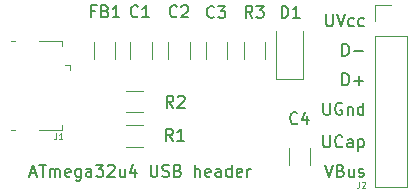
<source format=gto>
G04 #@! TF.GenerationSoftware,KiCad,Pcbnew,(5.1.10)-1*
G04 #@! TF.CreationDate,2021-08-25T20:16:02-07:00*
G04 #@! TF.ProjectId,USB breakout,55534220-6272-4656-916b-6f75742e6b69,rev?*
G04 #@! TF.SameCoordinates,Original*
G04 #@! TF.FileFunction,Legend,Top*
G04 #@! TF.FilePolarity,Positive*
%FSLAX46Y46*%
G04 Gerber Fmt 4.6, Leading zero omitted, Abs format (unit mm)*
G04 Created by KiCad (PCBNEW (5.1.10)-1) date 2021-08-25 20:16:02*
%MOMM*%
%LPD*%
G01*
G04 APERTURE LIST*
%ADD10C,0.150000*%
%ADD11C,0.120000*%
%ADD12C,0.125000*%
%ADD13R,1.700000X1.700000*%
%ADD14O,1.700000X1.700000*%
%ADD15R,1.350000X0.400000*%
%ADD16O,0.950000X1.250000*%
%ADD17R,1.550000X1.500000*%
%ADD18R,1.550000X1.200000*%
%ADD19O,1.550000X0.890000*%
G04 APERTURE END LIST*
D10*
X101714285Y-98416666D02*
X102190476Y-98416666D01*
X101619047Y-98702380D02*
X101952380Y-97702380D01*
X102285714Y-98702380D01*
X102476190Y-97702380D02*
X103047619Y-97702380D01*
X102761904Y-98702380D02*
X102761904Y-97702380D01*
X103380952Y-98702380D02*
X103380952Y-98035714D01*
X103380952Y-98130952D02*
X103428571Y-98083333D01*
X103523809Y-98035714D01*
X103666666Y-98035714D01*
X103761904Y-98083333D01*
X103809523Y-98178571D01*
X103809523Y-98702380D01*
X103809523Y-98178571D02*
X103857142Y-98083333D01*
X103952380Y-98035714D01*
X104095238Y-98035714D01*
X104190476Y-98083333D01*
X104238095Y-98178571D01*
X104238095Y-98702380D01*
X105095238Y-98654761D02*
X105000000Y-98702380D01*
X104809523Y-98702380D01*
X104714285Y-98654761D01*
X104666666Y-98559523D01*
X104666666Y-98178571D01*
X104714285Y-98083333D01*
X104809523Y-98035714D01*
X105000000Y-98035714D01*
X105095238Y-98083333D01*
X105142857Y-98178571D01*
X105142857Y-98273809D01*
X104666666Y-98369047D01*
X106000000Y-98035714D02*
X106000000Y-98845238D01*
X105952380Y-98940476D01*
X105904761Y-98988095D01*
X105809523Y-99035714D01*
X105666666Y-99035714D01*
X105571428Y-98988095D01*
X106000000Y-98654761D02*
X105904761Y-98702380D01*
X105714285Y-98702380D01*
X105619047Y-98654761D01*
X105571428Y-98607142D01*
X105523809Y-98511904D01*
X105523809Y-98226190D01*
X105571428Y-98130952D01*
X105619047Y-98083333D01*
X105714285Y-98035714D01*
X105904761Y-98035714D01*
X106000000Y-98083333D01*
X106904761Y-98702380D02*
X106904761Y-98178571D01*
X106857142Y-98083333D01*
X106761904Y-98035714D01*
X106571428Y-98035714D01*
X106476190Y-98083333D01*
X106904761Y-98654761D02*
X106809523Y-98702380D01*
X106571428Y-98702380D01*
X106476190Y-98654761D01*
X106428571Y-98559523D01*
X106428571Y-98464285D01*
X106476190Y-98369047D01*
X106571428Y-98321428D01*
X106809523Y-98321428D01*
X106904761Y-98273809D01*
X107285714Y-97702380D02*
X107904761Y-97702380D01*
X107571428Y-98083333D01*
X107714285Y-98083333D01*
X107809523Y-98130952D01*
X107857142Y-98178571D01*
X107904761Y-98273809D01*
X107904761Y-98511904D01*
X107857142Y-98607142D01*
X107809523Y-98654761D01*
X107714285Y-98702380D01*
X107428571Y-98702380D01*
X107333333Y-98654761D01*
X107285714Y-98607142D01*
X108285714Y-97797619D02*
X108333333Y-97750000D01*
X108428571Y-97702380D01*
X108666666Y-97702380D01*
X108761904Y-97750000D01*
X108809523Y-97797619D01*
X108857142Y-97892857D01*
X108857142Y-97988095D01*
X108809523Y-98130952D01*
X108238095Y-98702380D01*
X108857142Y-98702380D01*
X109714285Y-98035714D02*
X109714285Y-98702380D01*
X109285714Y-98035714D02*
X109285714Y-98559523D01*
X109333333Y-98654761D01*
X109428571Y-98702380D01*
X109571428Y-98702380D01*
X109666666Y-98654761D01*
X109714285Y-98607142D01*
X110619047Y-98035714D02*
X110619047Y-98702380D01*
X110380952Y-97654761D02*
X110142857Y-98369047D01*
X110761904Y-98369047D01*
X111904761Y-97702380D02*
X111904761Y-98511904D01*
X111952380Y-98607142D01*
X112000000Y-98654761D01*
X112095238Y-98702380D01*
X112285714Y-98702380D01*
X112380952Y-98654761D01*
X112428571Y-98607142D01*
X112476190Y-98511904D01*
X112476190Y-97702380D01*
X112904761Y-98654761D02*
X113047619Y-98702380D01*
X113285714Y-98702380D01*
X113380952Y-98654761D01*
X113428571Y-98607142D01*
X113476190Y-98511904D01*
X113476190Y-98416666D01*
X113428571Y-98321428D01*
X113380952Y-98273809D01*
X113285714Y-98226190D01*
X113095238Y-98178571D01*
X113000000Y-98130952D01*
X112952380Y-98083333D01*
X112904761Y-97988095D01*
X112904761Y-97892857D01*
X112952380Y-97797619D01*
X113000000Y-97750000D01*
X113095238Y-97702380D01*
X113333333Y-97702380D01*
X113476190Y-97750000D01*
X114238095Y-98178571D02*
X114380952Y-98226190D01*
X114428571Y-98273809D01*
X114476190Y-98369047D01*
X114476190Y-98511904D01*
X114428571Y-98607142D01*
X114380952Y-98654761D01*
X114285714Y-98702380D01*
X113904761Y-98702380D01*
X113904761Y-97702380D01*
X114238095Y-97702380D01*
X114333333Y-97750000D01*
X114380952Y-97797619D01*
X114428571Y-97892857D01*
X114428571Y-97988095D01*
X114380952Y-98083333D01*
X114333333Y-98130952D01*
X114238095Y-98178571D01*
X113904761Y-98178571D01*
X115666666Y-98702380D02*
X115666666Y-97702380D01*
X116095238Y-98702380D02*
X116095238Y-98178571D01*
X116047619Y-98083333D01*
X115952380Y-98035714D01*
X115809523Y-98035714D01*
X115714285Y-98083333D01*
X115666666Y-98130952D01*
X116952380Y-98654761D02*
X116857142Y-98702380D01*
X116666666Y-98702380D01*
X116571428Y-98654761D01*
X116523809Y-98559523D01*
X116523809Y-98178571D01*
X116571428Y-98083333D01*
X116666666Y-98035714D01*
X116857142Y-98035714D01*
X116952380Y-98083333D01*
X117000000Y-98178571D01*
X117000000Y-98273809D01*
X116523809Y-98369047D01*
X117857142Y-98702380D02*
X117857142Y-98178571D01*
X117809523Y-98083333D01*
X117714285Y-98035714D01*
X117523809Y-98035714D01*
X117428571Y-98083333D01*
X117857142Y-98654761D02*
X117761904Y-98702380D01*
X117523809Y-98702380D01*
X117428571Y-98654761D01*
X117380952Y-98559523D01*
X117380952Y-98464285D01*
X117428571Y-98369047D01*
X117523809Y-98321428D01*
X117761904Y-98321428D01*
X117857142Y-98273809D01*
X118761904Y-98702380D02*
X118761904Y-97702380D01*
X118761904Y-98654761D02*
X118666666Y-98702380D01*
X118476190Y-98702380D01*
X118380952Y-98654761D01*
X118333333Y-98607142D01*
X118285714Y-98511904D01*
X118285714Y-98226190D01*
X118333333Y-98130952D01*
X118380952Y-98083333D01*
X118476190Y-98035714D01*
X118666666Y-98035714D01*
X118761904Y-98083333D01*
X119619047Y-98654761D02*
X119523809Y-98702380D01*
X119333333Y-98702380D01*
X119238095Y-98654761D01*
X119190476Y-98559523D01*
X119190476Y-98178571D01*
X119238095Y-98083333D01*
X119333333Y-98035714D01*
X119523809Y-98035714D01*
X119619047Y-98083333D01*
X119666666Y-98178571D01*
X119666666Y-98273809D01*
X119190476Y-98369047D01*
X120095238Y-98702380D02*
X120095238Y-98035714D01*
X120095238Y-98226190D02*
X120142857Y-98130952D01*
X120190476Y-98083333D01*
X120285714Y-98035714D01*
X120380952Y-98035714D01*
X126676309Y-97702380D02*
X127009642Y-98702380D01*
X127342976Y-97702380D01*
X128009642Y-98178571D02*
X128152500Y-98226190D01*
X128200119Y-98273809D01*
X128247738Y-98369047D01*
X128247738Y-98511904D01*
X128200119Y-98607142D01*
X128152500Y-98654761D01*
X128057261Y-98702380D01*
X127676309Y-98702380D01*
X127676309Y-97702380D01*
X128009642Y-97702380D01*
X128104880Y-97750000D01*
X128152500Y-97797619D01*
X128200119Y-97892857D01*
X128200119Y-97988095D01*
X128152500Y-98083333D01*
X128104880Y-98130952D01*
X128009642Y-98178571D01*
X127676309Y-98178571D01*
X129104880Y-98035714D02*
X129104880Y-98702380D01*
X128676309Y-98035714D02*
X128676309Y-98559523D01*
X128723928Y-98654761D01*
X128819166Y-98702380D01*
X128962023Y-98702380D01*
X129057261Y-98654761D01*
X129104880Y-98607142D01*
X129533452Y-98654761D02*
X129628690Y-98702380D01*
X129819166Y-98702380D01*
X129914404Y-98654761D01*
X129962023Y-98559523D01*
X129962023Y-98511904D01*
X129914404Y-98416666D01*
X129819166Y-98369047D01*
X129676309Y-98369047D01*
X129581071Y-98321428D01*
X129533452Y-98226190D01*
X129533452Y-98178571D01*
X129581071Y-98083333D01*
X129676309Y-98035714D01*
X129819166Y-98035714D01*
X129914404Y-98083333D01*
X126533452Y-95202380D02*
X126533452Y-96011904D01*
X126581071Y-96107142D01*
X126628690Y-96154761D01*
X126723928Y-96202380D01*
X126914404Y-96202380D01*
X127009642Y-96154761D01*
X127057261Y-96107142D01*
X127104880Y-96011904D01*
X127104880Y-95202380D01*
X128152500Y-96107142D02*
X128104880Y-96154761D01*
X127962023Y-96202380D01*
X127866785Y-96202380D01*
X127723928Y-96154761D01*
X127628690Y-96059523D01*
X127581071Y-95964285D01*
X127533452Y-95773809D01*
X127533452Y-95630952D01*
X127581071Y-95440476D01*
X127628690Y-95345238D01*
X127723928Y-95250000D01*
X127866785Y-95202380D01*
X127962023Y-95202380D01*
X128104880Y-95250000D01*
X128152500Y-95297619D01*
X129009642Y-96202380D02*
X129009642Y-95678571D01*
X128962023Y-95583333D01*
X128866785Y-95535714D01*
X128676309Y-95535714D01*
X128581071Y-95583333D01*
X129009642Y-96154761D02*
X128914404Y-96202380D01*
X128676309Y-96202380D01*
X128581071Y-96154761D01*
X128533452Y-96059523D01*
X128533452Y-95964285D01*
X128581071Y-95869047D01*
X128676309Y-95821428D01*
X128914404Y-95821428D01*
X129009642Y-95773809D01*
X129485833Y-95535714D02*
X129485833Y-96535714D01*
X129485833Y-95583333D02*
X129581071Y-95535714D01*
X129771547Y-95535714D01*
X129866785Y-95583333D01*
X129914404Y-95630952D01*
X129962023Y-95726190D01*
X129962023Y-96011904D01*
X129914404Y-96107142D01*
X129866785Y-96154761D01*
X129771547Y-96202380D01*
X129581071Y-96202380D01*
X129485833Y-96154761D01*
X126533452Y-92452380D02*
X126533452Y-93261904D01*
X126581071Y-93357142D01*
X126628690Y-93404761D01*
X126723928Y-93452380D01*
X126914404Y-93452380D01*
X127009642Y-93404761D01*
X127057261Y-93357142D01*
X127104880Y-93261904D01*
X127104880Y-92452380D01*
X128104880Y-92500000D02*
X128009642Y-92452380D01*
X127866785Y-92452380D01*
X127723928Y-92500000D01*
X127628690Y-92595238D01*
X127581071Y-92690476D01*
X127533452Y-92880952D01*
X127533452Y-93023809D01*
X127581071Y-93214285D01*
X127628690Y-93309523D01*
X127723928Y-93404761D01*
X127866785Y-93452380D01*
X127962023Y-93452380D01*
X128104880Y-93404761D01*
X128152500Y-93357142D01*
X128152500Y-93023809D01*
X127962023Y-93023809D01*
X128581071Y-92785714D02*
X128581071Y-93452380D01*
X128581071Y-92880952D02*
X128628690Y-92833333D01*
X128723928Y-92785714D01*
X128866785Y-92785714D01*
X128962023Y-92833333D01*
X129009642Y-92928571D01*
X129009642Y-93452380D01*
X129914404Y-93452380D02*
X129914404Y-92452380D01*
X129914404Y-93404761D02*
X129819166Y-93452380D01*
X129628690Y-93452380D01*
X129533452Y-93404761D01*
X129485833Y-93357142D01*
X129438214Y-93261904D01*
X129438214Y-92976190D01*
X129485833Y-92880952D01*
X129533452Y-92833333D01*
X129628690Y-92785714D01*
X129819166Y-92785714D01*
X129914404Y-92833333D01*
X128152500Y-90952380D02*
X128152500Y-89952380D01*
X128390595Y-89952380D01*
X128533452Y-90000000D01*
X128628690Y-90095238D01*
X128676309Y-90190476D01*
X128723928Y-90380952D01*
X128723928Y-90523809D01*
X128676309Y-90714285D01*
X128628690Y-90809523D01*
X128533452Y-90904761D01*
X128390595Y-90952380D01*
X128152500Y-90952380D01*
X129152500Y-90571428D02*
X129914404Y-90571428D01*
X129533452Y-90952380D02*
X129533452Y-90190476D01*
X128152500Y-88452380D02*
X128152500Y-87452380D01*
X128390595Y-87452380D01*
X128533452Y-87500000D01*
X128628690Y-87595238D01*
X128676309Y-87690476D01*
X128723928Y-87880952D01*
X128723928Y-88023809D01*
X128676309Y-88214285D01*
X128628690Y-88309523D01*
X128533452Y-88404761D01*
X128390595Y-88452380D01*
X128152500Y-88452380D01*
X129152500Y-88071428D02*
X129914404Y-88071428D01*
X126771547Y-84952380D02*
X126771547Y-85761904D01*
X126819166Y-85857142D01*
X126866785Y-85904761D01*
X126962023Y-85952380D01*
X127152500Y-85952380D01*
X127247738Y-85904761D01*
X127295357Y-85857142D01*
X127342976Y-85761904D01*
X127342976Y-84952380D01*
X127676309Y-84952380D02*
X128009642Y-85952380D01*
X128342976Y-84952380D01*
X129104880Y-85904761D02*
X129009642Y-85952380D01*
X128819166Y-85952380D01*
X128723928Y-85904761D01*
X128676309Y-85857142D01*
X128628690Y-85761904D01*
X128628690Y-85476190D01*
X128676309Y-85380952D01*
X128723928Y-85333333D01*
X128819166Y-85285714D01*
X129009642Y-85285714D01*
X129104880Y-85333333D01*
X129962023Y-85904761D02*
X129866785Y-85952380D01*
X129676309Y-85952380D01*
X129581071Y-85904761D01*
X129533452Y-85857142D01*
X129485833Y-85761904D01*
X129485833Y-85476190D01*
X129533452Y-85380952D01*
X129581071Y-85333333D01*
X129676309Y-85285714D01*
X129866785Y-85285714D01*
X129962023Y-85333333D01*
D11*
X130920000Y-84170000D02*
X132250000Y-84170000D01*
X130920000Y-85500000D02*
X130920000Y-84170000D01*
X130920000Y-86770000D02*
X133580000Y-86770000D01*
X133580000Y-86770000D02*
X133580000Y-99530000D01*
X130920000Y-86770000D02*
X130920000Y-99530000D01*
X130920000Y-99530000D02*
X133580000Y-99530000D01*
X122565000Y-86387500D02*
X122565000Y-90447500D01*
X122565000Y-90447500D02*
X124835000Y-90447500D01*
X124835000Y-90447500D02*
X124835000Y-86387500D01*
X104640000Y-89240000D02*
X105090000Y-89240000D01*
X105090000Y-89690000D02*
X105090000Y-89240000D01*
X104410000Y-87240000D02*
X104410000Y-87660000D01*
X102430000Y-87240000D02*
X104410000Y-87240000D01*
X100060000Y-87240000D02*
X100460000Y-87240000D01*
X100460000Y-94760000D02*
X100060000Y-94760000D01*
X104410000Y-94760000D02*
X104410000Y-94340000D01*
X102430000Y-94760000D02*
X104410000Y-94760000D01*
X112010000Y-87276248D02*
X112010000Y-88698752D01*
X110190000Y-87276248D02*
X110190000Y-88698752D01*
X113390000Y-88698752D02*
X113390000Y-87276248D01*
X115210000Y-88698752D02*
X115210000Y-87276248D01*
X118410000Y-88698752D02*
X118410000Y-87276248D01*
X116590000Y-88698752D02*
X116590000Y-87276248D01*
X125410000Y-97711252D02*
X125410000Y-96288748D01*
X123590000Y-97711252D02*
X123590000Y-96288748D01*
X111252063Y-94340000D02*
X109797935Y-94340000D01*
X111252063Y-96160000D02*
X109797935Y-96160000D01*
X111252063Y-93224999D02*
X109797935Y-93224999D01*
X111252063Y-91404999D02*
X109797935Y-91404999D01*
X121610000Y-88727064D02*
X121610000Y-87272936D01*
X119790000Y-88727064D02*
X119790000Y-87272936D01*
X108910000Y-88714564D02*
X108910000Y-87260436D01*
X107090000Y-88714564D02*
X107090000Y-87260436D01*
D12*
X129583333Y-99126190D02*
X129583333Y-99483333D01*
X129559523Y-99554761D01*
X129511904Y-99602380D01*
X129440476Y-99626190D01*
X129392857Y-99626190D01*
X129797619Y-99173809D02*
X129821428Y-99150000D01*
X129869047Y-99126190D01*
X129988095Y-99126190D01*
X130035714Y-99150000D01*
X130059523Y-99173809D01*
X130083333Y-99221428D01*
X130083333Y-99269047D01*
X130059523Y-99340476D01*
X129773809Y-99626190D01*
X130083333Y-99626190D01*
D10*
X123011904Y-85252380D02*
X123011904Y-84252380D01*
X123250000Y-84252380D01*
X123392857Y-84300000D01*
X123488095Y-84395238D01*
X123535714Y-84490476D01*
X123583333Y-84680952D01*
X123583333Y-84823809D01*
X123535714Y-85014285D01*
X123488095Y-85109523D01*
X123392857Y-85204761D01*
X123250000Y-85252380D01*
X123011904Y-85252380D01*
X124535714Y-85252380D02*
X123964285Y-85252380D01*
X124250000Y-85252380D02*
X124250000Y-84252380D01*
X124154761Y-84395238D01*
X124059523Y-84490476D01*
X123964285Y-84538095D01*
D12*
X103933333Y-95026190D02*
X103933333Y-95383333D01*
X103909523Y-95454761D01*
X103861904Y-95502380D01*
X103790476Y-95526190D01*
X103742857Y-95526190D01*
X104433333Y-95526190D02*
X104147619Y-95526190D01*
X104290476Y-95526190D02*
X104290476Y-95026190D01*
X104242857Y-95097619D01*
X104195238Y-95145238D01*
X104147619Y-95169047D01*
D10*
X110833333Y-85107142D02*
X110785714Y-85154761D01*
X110642857Y-85202380D01*
X110547619Y-85202380D01*
X110404761Y-85154761D01*
X110309523Y-85059523D01*
X110261904Y-84964285D01*
X110214285Y-84773809D01*
X110214285Y-84630952D01*
X110261904Y-84440476D01*
X110309523Y-84345238D01*
X110404761Y-84250000D01*
X110547619Y-84202380D01*
X110642857Y-84202380D01*
X110785714Y-84250000D01*
X110833333Y-84297619D01*
X111785714Y-85202380D02*
X111214285Y-85202380D01*
X111500000Y-85202380D02*
X111500000Y-84202380D01*
X111404761Y-84345238D01*
X111309523Y-84440476D01*
X111214285Y-84488095D01*
X114133333Y-85107142D02*
X114085714Y-85154761D01*
X113942857Y-85202380D01*
X113847619Y-85202380D01*
X113704761Y-85154761D01*
X113609523Y-85059523D01*
X113561904Y-84964285D01*
X113514285Y-84773809D01*
X113514285Y-84630952D01*
X113561904Y-84440476D01*
X113609523Y-84345238D01*
X113704761Y-84250000D01*
X113847619Y-84202380D01*
X113942857Y-84202380D01*
X114085714Y-84250000D01*
X114133333Y-84297619D01*
X114514285Y-84297619D02*
X114561904Y-84250000D01*
X114657142Y-84202380D01*
X114895238Y-84202380D01*
X114990476Y-84250000D01*
X115038095Y-84297619D01*
X115085714Y-84392857D01*
X115085714Y-84488095D01*
X115038095Y-84630952D01*
X114466666Y-85202380D01*
X115085714Y-85202380D01*
X117283333Y-85157142D02*
X117235714Y-85204761D01*
X117092857Y-85252380D01*
X116997619Y-85252380D01*
X116854761Y-85204761D01*
X116759523Y-85109523D01*
X116711904Y-85014285D01*
X116664285Y-84823809D01*
X116664285Y-84680952D01*
X116711904Y-84490476D01*
X116759523Y-84395238D01*
X116854761Y-84300000D01*
X116997619Y-84252380D01*
X117092857Y-84252380D01*
X117235714Y-84300000D01*
X117283333Y-84347619D01*
X117616666Y-84252380D02*
X118235714Y-84252380D01*
X117902380Y-84633333D01*
X118045238Y-84633333D01*
X118140476Y-84680952D01*
X118188095Y-84728571D01*
X118235714Y-84823809D01*
X118235714Y-85061904D01*
X118188095Y-85157142D01*
X118140476Y-85204761D01*
X118045238Y-85252380D01*
X117759523Y-85252380D01*
X117664285Y-85204761D01*
X117616666Y-85157142D01*
X124333333Y-94157142D02*
X124285714Y-94204761D01*
X124142857Y-94252380D01*
X124047619Y-94252380D01*
X123904761Y-94204761D01*
X123809523Y-94109523D01*
X123761904Y-94014285D01*
X123714285Y-93823809D01*
X123714285Y-93680952D01*
X123761904Y-93490476D01*
X123809523Y-93395238D01*
X123904761Y-93300000D01*
X124047619Y-93252380D01*
X124142857Y-93252380D01*
X124285714Y-93300000D01*
X124333333Y-93347619D01*
X125190476Y-93585714D02*
X125190476Y-94252380D01*
X124952380Y-93204761D02*
X124714285Y-93919047D01*
X125333333Y-93919047D01*
X113783333Y-95652380D02*
X113450000Y-95176190D01*
X113211904Y-95652380D02*
X113211904Y-94652380D01*
X113592857Y-94652380D01*
X113688095Y-94700000D01*
X113735714Y-94747619D01*
X113783333Y-94842857D01*
X113783333Y-94985714D01*
X113735714Y-95080952D01*
X113688095Y-95128571D01*
X113592857Y-95176190D01*
X113211904Y-95176190D01*
X114735714Y-95652380D02*
X114164285Y-95652380D01*
X114450000Y-95652380D02*
X114450000Y-94652380D01*
X114354761Y-94795238D01*
X114259523Y-94890476D01*
X114164285Y-94938095D01*
X113833333Y-92852380D02*
X113500000Y-92376190D01*
X113261904Y-92852380D02*
X113261904Y-91852380D01*
X113642857Y-91852380D01*
X113738095Y-91900000D01*
X113785714Y-91947619D01*
X113833333Y-92042857D01*
X113833333Y-92185714D01*
X113785714Y-92280952D01*
X113738095Y-92328571D01*
X113642857Y-92376190D01*
X113261904Y-92376190D01*
X114214285Y-91947619D02*
X114261904Y-91900000D01*
X114357142Y-91852380D01*
X114595238Y-91852380D01*
X114690476Y-91900000D01*
X114738095Y-91947619D01*
X114785714Y-92042857D01*
X114785714Y-92138095D01*
X114738095Y-92280952D01*
X114166666Y-92852380D01*
X114785714Y-92852380D01*
X120533333Y-85239880D02*
X120200000Y-84763690D01*
X119961904Y-85239880D02*
X119961904Y-84239880D01*
X120342857Y-84239880D01*
X120438095Y-84287500D01*
X120485714Y-84335119D01*
X120533333Y-84430357D01*
X120533333Y-84573214D01*
X120485714Y-84668452D01*
X120438095Y-84716071D01*
X120342857Y-84763690D01*
X119961904Y-84763690D01*
X120866666Y-84239880D02*
X121485714Y-84239880D01*
X121152380Y-84620833D01*
X121295238Y-84620833D01*
X121390476Y-84668452D01*
X121438095Y-84716071D01*
X121485714Y-84811309D01*
X121485714Y-85049404D01*
X121438095Y-85144642D01*
X121390476Y-85192261D01*
X121295238Y-85239880D01*
X121009523Y-85239880D01*
X120914285Y-85192261D01*
X120866666Y-85144642D01*
X107216666Y-84678571D02*
X106883333Y-84678571D01*
X106883333Y-85202380D02*
X106883333Y-84202380D01*
X107359523Y-84202380D01*
X108073809Y-84678571D02*
X108216666Y-84726190D01*
X108264285Y-84773809D01*
X108311904Y-84869047D01*
X108311904Y-85011904D01*
X108264285Y-85107142D01*
X108216666Y-85154761D01*
X108121428Y-85202380D01*
X107740476Y-85202380D01*
X107740476Y-84202380D01*
X108073809Y-84202380D01*
X108169047Y-84250000D01*
X108216666Y-84297619D01*
X108264285Y-84392857D01*
X108264285Y-84488095D01*
X108216666Y-84583333D01*
X108169047Y-84630952D01*
X108073809Y-84678571D01*
X107740476Y-84678571D01*
X109264285Y-85202380D02*
X108692857Y-85202380D01*
X108978571Y-85202380D02*
X108978571Y-84202380D01*
X108883333Y-84345238D01*
X108788095Y-84440476D01*
X108692857Y-84488095D01*
%LPC*%
D13*
X132250000Y-85500000D03*
D14*
X132250000Y-88040000D03*
X132250000Y-90580000D03*
X132250000Y-93120000D03*
X132250000Y-95660000D03*
X132250000Y-98200000D03*
G36*
G01*
X124325000Y-90187500D02*
X123075000Y-90187500D01*
G75*
G02*
X122825000Y-89937500I0J250000D01*
G01*
X122825000Y-89012500D01*
G75*
G02*
X123075000Y-88762500I250000J0D01*
G01*
X124325000Y-88762500D01*
G75*
G02*
X124575000Y-89012500I0J-250000D01*
G01*
X124575000Y-89937500D01*
G75*
G02*
X124325000Y-90187500I-250000J0D01*
G01*
G37*
G36*
G01*
X124325000Y-87212500D02*
X123075000Y-87212500D01*
G75*
G02*
X122825000Y-86962500I0J250000D01*
G01*
X122825000Y-86037500D01*
G75*
G02*
X123075000Y-85787500I250000J0D01*
G01*
X124325000Y-85787500D01*
G75*
G02*
X124575000Y-86037500I0J-250000D01*
G01*
X124575000Y-86962500D01*
G75*
G02*
X124325000Y-87212500I-250000J0D01*
G01*
G37*
D15*
X104150000Y-89700000D03*
X104150000Y-90350000D03*
X104150000Y-91000000D03*
X104150000Y-91650000D03*
X104150000Y-92300000D03*
D16*
X104150000Y-88500000D03*
X104150000Y-93500000D03*
D17*
X101450000Y-90000000D03*
X101450000Y-92000000D03*
D18*
X101450000Y-88100000D03*
X101450000Y-93900000D03*
D19*
X101450000Y-87500000D03*
X101450000Y-94500000D03*
G36*
G01*
X110449998Y-88887500D02*
X111750002Y-88887500D01*
G75*
G02*
X112000000Y-89137498I0J-249998D01*
G01*
X112000000Y-89962502D01*
G75*
G02*
X111750002Y-90212500I-249998J0D01*
G01*
X110449998Y-90212500D01*
G75*
G02*
X110200000Y-89962502I0J249998D01*
G01*
X110200000Y-89137498D01*
G75*
G02*
X110449998Y-88887500I249998J0D01*
G01*
G37*
G36*
G01*
X110449998Y-85762500D02*
X111750002Y-85762500D01*
G75*
G02*
X112000000Y-86012498I0J-249998D01*
G01*
X112000000Y-86837502D01*
G75*
G02*
X111750002Y-87087500I-249998J0D01*
G01*
X110449998Y-87087500D01*
G75*
G02*
X110200000Y-86837502I0J249998D01*
G01*
X110200000Y-86012498D01*
G75*
G02*
X110449998Y-85762500I249998J0D01*
G01*
G37*
G36*
G01*
X114950002Y-87087500D02*
X113649998Y-87087500D01*
G75*
G02*
X113400000Y-86837502I0J249998D01*
G01*
X113400000Y-86012498D01*
G75*
G02*
X113649998Y-85762500I249998J0D01*
G01*
X114950002Y-85762500D01*
G75*
G02*
X115200000Y-86012498I0J-249998D01*
G01*
X115200000Y-86837502D01*
G75*
G02*
X114950002Y-87087500I-249998J0D01*
G01*
G37*
G36*
G01*
X114950002Y-90212500D02*
X113649998Y-90212500D01*
G75*
G02*
X113400000Y-89962502I0J249998D01*
G01*
X113400000Y-89137498D01*
G75*
G02*
X113649998Y-88887500I249998J0D01*
G01*
X114950002Y-88887500D01*
G75*
G02*
X115200000Y-89137498I0J-249998D01*
G01*
X115200000Y-89962502D01*
G75*
G02*
X114950002Y-90212500I-249998J0D01*
G01*
G37*
G36*
G01*
X118150002Y-90212500D02*
X116849998Y-90212500D01*
G75*
G02*
X116600000Y-89962502I0J249998D01*
G01*
X116600000Y-89137498D01*
G75*
G02*
X116849998Y-88887500I249998J0D01*
G01*
X118150002Y-88887500D01*
G75*
G02*
X118400000Y-89137498I0J-249998D01*
G01*
X118400000Y-89962502D01*
G75*
G02*
X118150002Y-90212500I-249998J0D01*
G01*
G37*
G36*
G01*
X118150002Y-87087500D02*
X116849998Y-87087500D01*
G75*
G02*
X116600000Y-86837502I0J249998D01*
G01*
X116600000Y-86012498D01*
G75*
G02*
X116849998Y-85762500I249998J0D01*
G01*
X118150002Y-85762500D01*
G75*
G02*
X118400000Y-86012498I0J-249998D01*
G01*
X118400000Y-86837502D01*
G75*
G02*
X118150002Y-87087500I-249998J0D01*
G01*
G37*
G36*
G01*
X125150002Y-99225000D02*
X123849998Y-99225000D01*
G75*
G02*
X123600000Y-98975002I0J249998D01*
G01*
X123600000Y-98149998D01*
G75*
G02*
X123849998Y-97900000I249998J0D01*
G01*
X125150002Y-97900000D01*
G75*
G02*
X125400000Y-98149998I0J-249998D01*
G01*
X125400000Y-98975002D01*
G75*
G02*
X125150002Y-99225000I-249998J0D01*
G01*
G37*
G36*
G01*
X125150002Y-96100000D02*
X123849998Y-96100000D01*
G75*
G02*
X123600000Y-95850002I0J249998D01*
G01*
X123600000Y-95024998D01*
G75*
G02*
X123849998Y-94775000I249998J0D01*
G01*
X125150002Y-94775000D01*
G75*
G02*
X125400000Y-95024998I0J-249998D01*
G01*
X125400000Y-95850002D01*
G75*
G02*
X125150002Y-96100000I-249998J0D01*
G01*
G37*
G36*
G01*
X112724999Y-94624999D02*
X112724999Y-95875001D01*
G75*
G02*
X112475000Y-96125000I-249999J0D01*
G01*
X111674998Y-96125000D01*
G75*
G02*
X111424999Y-95875001I0J249999D01*
G01*
X111424999Y-94624999D01*
G75*
G02*
X111674998Y-94375000I249999J0D01*
G01*
X112475000Y-94375000D01*
G75*
G02*
X112724999Y-94624999I0J-249999D01*
G01*
G37*
G36*
G01*
X109624999Y-94624999D02*
X109624999Y-95875001D01*
G75*
G02*
X109375000Y-96125000I-249999J0D01*
G01*
X108574998Y-96125000D01*
G75*
G02*
X108324999Y-95875001I0J249999D01*
G01*
X108324999Y-94624999D01*
G75*
G02*
X108574998Y-94375000I249999J0D01*
G01*
X109375000Y-94375000D01*
G75*
G02*
X109624999Y-94624999I0J-249999D01*
G01*
G37*
G36*
G01*
X109624999Y-91689998D02*
X109624999Y-92940000D01*
G75*
G02*
X109375000Y-93189999I-249999J0D01*
G01*
X108574998Y-93189999D01*
G75*
G02*
X108324999Y-92940000I0J249999D01*
G01*
X108324999Y-91689998D01*
G75*
G02*
X108574998Y-91439999I249999J0D01*
G01*
X109375000Y-91439999D01*
G75*
G02*
X109624999Y-91689998I0J-249999D01*
G01*
G37*
G36*
G01*
X112724999Y-91689998D02*
X112724999Y-92940000D01*
G75*
G02*
X112475000Y-93189999I-249999J0D01*
G01*
X111674998Y-93189999D01*
G75*
G02*
X111424999Y-92940000I0J249999D01*
G01*
X111424999Y-91689998D01*
G75*
G02*
X111674998Y-91439999I249999J0D01*
G01*
X112475000Y-91439999D01*
G75*
G02*
X112724999Y-91689998I0J-249999D01*
G01*
G37*
G36*
G01*
X121325001Y-90200000D02*
X120074999Y-90200000D01*
G75*
G02*
X119825000Y-89950001I0J249999D01*
G01*
X119825000Y-89149999D01*
G75*
G02*
X120074999Y-88900000I249999J0D01*
G01*
X121325001Y-88900000D01*
G75*
G02*
X121575000Y-89149999I0J-249999D01*
G01*
X121575000Y-89950001D01*
G75*
G02*
X121325001Y-90200000I-249999J0D01*
G01*
G37*
G36*
G01*
X121325001Y-87100000D02*
X120074999Y-87100000D01*
G75*
G02*
X119825000Y-86850001I0J249999D01*
G01*
X119825000Y-86049999D01*
G75*
G02*
X120074999Y-85800000I249999J0D01*
G01*
X121325001Y-85800000D01*
G75*
G02*
X121575000Y-86049999I0J-249999D01*
G01*
X121575000Y-86850001D01*
G75*
G02*
X121325001Y-87100000I-249999J0D01*
G01*
G37*
G36*
G01*
X108625001Y-90187500D02*
X107374999Y-90187500D01*
G75*
G02*
X107125000Y-89937501I0J249999D01*
G01*
X107125000Y-89137499D01*
G75*
G02*
X107374999Y-88887500I249999J0D01*
G01*
X108625001Y-88887500D01*
G75*
G02*
X108875000Y-89137499I0J-249999D01*
G01*
X108875000Y-89937501D01*
G75*
G02*
X108625001Y-90187500I-249999J0D01*
G01*
G37*
G36*
G01*
X108625001Y-87087500D02*
X107374999Y-87087500D01*
G75*
G02*
X107125000Y-86837501I0J249999D01*
G01*
X107125000Y-86037499D01*
G75*
G02*
X107374999Y-85787500I249999J0D01*
G01*
X108625001Y-85787500D01*
G75*
G02*
X108875000Y-86037499I0J-249999D01*
G01*
X108875000Y-86837501D01*
G75*
G02*
X108625001Y-87087500I-249999J0D01*
G01*
G37*
M02*

</source>
